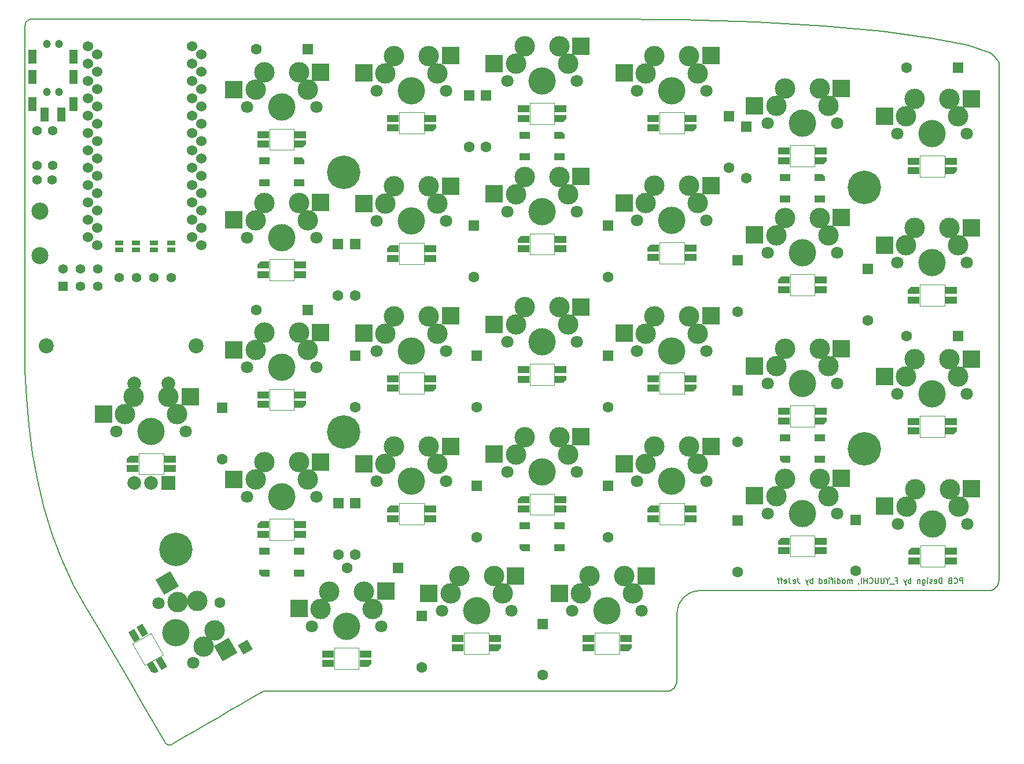
<source format=gbs>
G04 #@! TF.GenerationSoftware,KiCad,Pcbnew,(5.99.0-12610-g07e01e6297)*
G04 #@! TF.CreationDate,2022-01-25T15:54:24+00:00*
G04 #@! TF.ProjectId,Lily58,4c696c79-3538-42e6-9b69-6361645f7063,rev?*
G04 #@! TF.SameCoordinates,Original*
G04 #@! TF.FileFunction,Soldermask,Bot*
G04 #@! TF.FilePolarity,Negative*
%FSLAX46Y46*%
G04 Gerber Fmt 4.6, Leading zero omitted, Abs format (unit mm)*
G04 Created by KiCad (PCBNEW (5.99.0-12610-g07e01e6297)) date 2022-01-25 15:54:24*
%MOMM*%
%LPD*%
G01*
G04 APERTURE LIST*
G04 Aperture macros list*
%AMRotRect*
0 Rectangle, with rotation*
0 The origin of the aperture is its center*
0 $1 length*
0 $2 width*
0 $3 Rotation angle, in degrees counterclockwise*
0 Add horizontal line*
21,1,$1,$2,0,0,$3*%
%AMOutline5P*
0 Free polygon, 5 corners , with rotation*
0 The origin of the aperture is its center*
0 number of corners: always 5*
0 $1 to $10 corner X, Y*
0 $11 Rotation angle, in degrees counterclockwise*
0 create outline with 5 corners*
4,1,5,$1,$2,$3,$4,$5,$6,$7,$8,$9,$10,$1,$2,$11*%
%AMOutline6P*
0 Free polygon, 6 corners , with rotation*
0 The origin of the aperture is its center*
0 number of corners: always 6*
0 $1 to $12 corner X, Y*
0 $13 Rotation angle, in degrees counterclockwise*
0 create outline with 6 corners*
4,1,6,$1,$2,$3,$4,$5,$6,$7,$8,$9,$10,$11,$12,$1,$2,$13*%
%AMOutline7P*
0 Free polygon, 7 corners , with rotation*
0 The origin of the aperture is its center*
0 number of corners: always 7*
0 $1 to $14 corner X, Y*
0 $15 Rotation angle, in degrees counterclockwise*
0 create outline with 7 corners*
4,1,7,$1,$2,$3,$4,$5,$6,$7,$8,$9,$10,$11,$12,$13,$14,$1,$2,$15*%
%AMOutline8P*
0 Free polygon, 8 corners , with rotation*
0 The origin of the aperture is its center*
0 number of corners: always 8*
0 $1 to $16 corner X, Y*
0 $17 Rotation angle, in degrees counterclockwise*
0 create outline with 8 corners*
4,1,8,$1,$2,$3,$4,$5,$6,$7,$8,$9,$10,$11,$12,$13,$14,$15,$16,$1,$2,$17*%
G04 Aperture macros list end*
G04 #@! TA.AperFunction,Profile*
%ADD10C,0.200000*%
G04 #@! TD*
%ADD11C,0.200000*%
G04 #@! TA.AperFunction,Profile*
%ADD12C,0.120000*%
G04 #@! TD*
%ADD13R,1.600000X1.600000*%
%ADD14C,1.600000*%
%ADD15RotRect,1.600000X1.600000X300.000000*%
%ADD16C,1.397000*%
%ADD17C,1.800000*%
%ADD18C,4.000000*%
%ADD19C,3.000000*%
%ADD20R,2.550000X2.500000*%
%ADD21RotRect,2.550000X2.500000X120.000000*%
%ADD22C,1.200000*%
%ADD23R,1.200000X2.100000*%
%ADD24C,2.200000*%
%ADD25C,4.900000*%
%ADD26C,2.500000*%
%ADD27C,1.524000*%
%ADD28R,1.397000X1.397000*%
%ADD29R,1.700000X1.000000*%
%ADD30Outline5P,-0.850000X0.500000X0.850000X0.500000X0.850000X-0.050000X0.400000X-0.500000X-0.850000X-0.500000X0.000000*%
%ADD31RotRect,1.700000X1.000000X300.000000*%
%ADD32Outline5P,-0.850000X0.500000X0.850000X0.500000X0.850000X-0.050000X0.400000X-0.500000X-0.850000X-0.500000X300.000000*%
%ADD33Outline5P,-0.850000X0.500000X0.850000X0.500000X0.850000X-0.050000X0.400000X-0.500000X-0.850000X-0.500000X180.000000*%
%ADD34R,1.600000X1.000000*%
%ADD35Outline5P,-0.800000X0.500000X0.800000X0.500000X0.800000X-0.500000X-0.350000X-0.500000X-0.800000X-0.050000X0.000000*%
%ADD36Outline5P,-0.800000X0.500000X0.800000X0.500000X0.800000X-0.500000X-0.350000X-0.500000X-0.800000X-0.050000X180.000000*%
%ADD37R,1.143000X0.635000*%
%ADD38R,2.000000X2.000000*%
%ADD39C,2.000000*%
G04 APERTURE END LIST*
D10*
X104803877Y-37086762D02*
X94400000Y-37086762D01*
X82937528Y-82285296D02*
X82937528Y-75978362D01*
X82937528Y-75978362D02*
X82937528Y-69671429D01*
X82937528Y-88592229D02*
X82937528Y-82285296D01*
X177658308Y-135255660D02*
X177403500Y-135393876D01*
X83776462Y-37108075D02*
X83988210Y-37086762D01*
X93344258Y-125721062D02*
X95019952Y-128587381D01*
X224544152Y-120671952D02*
X224262495Y-120759288D01*
X162080304Y-135511658D02*
X169449826Y-135511658D01*
X225460000Y-71881623D02*
X225460000Y-81363245D01*
X112835230Y-138421062D02*
X114510925Y-137450923D01*
X111159536Y-139391201D02*
X112835230Y-138421062D01*
X94400000Y-37086762D02*
X83988210Y-37086762D01*
X91668563Y-122854742D02*
X93344258Y-125721062D01*
X178319348Y-130379933D02*
X178319348Y-131597973D01*
X89992869Y-119988423D02*
X91668563Y-122854742D01*
X178319348Y-124289735D02*
X178390391Y-123583911D01*
X225459999Y-119289735D02*
X225429552Y-119592231D01*
X125619545Y-37086762D02*
X115211711Y-37086762D01*
X125232695Y-135511658D02*
X132602217Y-135511658D01*
X225460000Y-100326490D02*
X225460000Y-109808112D01*
X181113524Y-120860778D02*
X181819348Y-120789735D01*
X225204001Y-120128696D02*
X225020912Y-120350648D01*
X225460000Y-109808112D02*
X225460000Y-119289735D01*
X218692418Y-120789735D02*
X223959999Y-120789735D01*
X103714328Y-143322532D02*
X103842470Y-143386445D01*
X197622092Y-120789735D02*
X202889673Y-120789735D01*
X224798960Y-120533736D02*
X224544152Y-120671952D01*
X103491837Y-143088150D02*
X103597295Y-143222884D01*
X208157255Y-120789735D02*
X213424836Y-120789735D01*
X82959523Y-37925015D02*
X83020657Y-37727855D01*
X215525697Y-39885159D02*
X208420758Y-38945561D01*
X224900000Y-42700000D02*
X225460000Y-43436755D01*
X178319348Y-134011658D02*
X178288901Y-134314154D01*
X101722730Y-140052659D02*
X103398425Y-142918979D01*
X225460000Y-43436755D02*
X225460000Y-52918378D01*
X83020657Y-37727855D02*
X83117409Y-37549489D01*
X84020972Y-100690825D02*
X84747083Y-104695246D01*
X225460000Y-62400000D02*
X225460000Y-71881623D01*
X88291758Y-116318073D02*
X89992869Y-119988423D01*
X139971738Y-135511658D02*
X147341260Y-135511658D01*
X178390391Y-123583911D02*
X178594174Y-122926713D01*
X178916678Y-122332160D02*
X179343884Y-121814271D01*
X178319348Y-124289735D02*
X178319348Y-125507775D01*
X208420758Y-38945561D02*
X199807654Y-38170488D01*
X189919538Y-37585374D02*
X178989563Y-37215654D01*
X116186619Y-136480784D02*
X117862313Y-135510645D01*
X156843047Y-37086762D02*
X146435213Y-37086762D01*
X178063349Y-134850619D02*
X177880261Y-135072571D01*
X147341260Y-135511658D02*
X154710782Y-135511658D01*
X177880261Y-135072571D02*
X177658308Y-135255660D01*
X224262495Y-120759288D02*
X223959999Y-120789735D01*
X104130206Y-143404468D02*
X104288864Y-143357278D01*
X224900000Y-42700000D02*
X224278471Y-42156190D01*
X82937528Y-50750629D02*
X82937528Y-44443695D01*
X82937528Y-44443695D02*
X82937528Y-38136762D01*
X178319348Y-127943854D02*
X178319348Y-129161894D01*
X107808147Y-141331479D02*
X109483841Y-140361340D01*
X225429552Y-119592231D02*
X225342217Y-119873887D01*
X132602217Y-135511658D02*
X139971738Y-135511658D01*
X83245570Y-37394123D02*
X83400937Y-37265961D01*
X82937528Y-38136762D02*
X82959523Y-37925015D01*
X220889319Y-40963847D02*
X215525697Y-39885159D01*
X95019952Y-128587381D02*
X96695647Y-131453701D01*
X178319348Y-131597973D02*
X178319348Y-132816013D01*
X225020912Y-120350648D02*
X224798960Y-120533736D01*
X178319348Y-126725814D02*
X178319348Y-127943854D01*
X213424836Y-120789735D02*
X218692418Y-120789735D01*
X178594174Y-122926713D02*
X178916678Y-122332160D01*
X225342217Y-119873887D02*
X225204001Y-120128696D01*
X167250881Y-37086762D02*
X156843047Y-37086762D01*
X180456326Y-121064561D02*
X181113524Y-120860778D01*
X83135690Y-92617561D02*
X83490297Y-96657663D01*
X103597295Y-143222884D02*
X103714328Y-143322532D01*
X117862313Y-135510645D02*
X125232695Y-135511658D01*
X109483841Y-140361340D02*
X111159536Y-139391201D01*
X225460000Y-81363245D02*
X225460000Y-90844867D01*
X96695647Y-131453701D02*
X98371341Y-134320020D01*
X115211711Y-37086762D02*
X104803877Y-37086762D01*
X224278471Y-42156190D02*
X220889319Y-40963847D01*
X82937528Y-57057562D02*
X82937528Y-50750629D01*
X202889673Y-120789735D02*
X208157255Y-120789735D01*
X82937528Y-63364495D02*
X82937528Y-57057562D01*
X178288901Y-134314154D02*
X178201565Y-134595810D01*
X103398425Y-142918979D02*
X103491837Y-143088150D01*
X83117409Y-37549489D02*
X83245570Y-37394123D01*
X199807654Y-38170488D02*
X189919538Y-37585374D01*
X192354511Y-120789735D02*
X197622092Y-120789735D01*
X179343884Y-121814271D02*
X179861773Y-121387065D01*
X187086929Y-120789735D02*
X192354511Y-120789735D01*
X178201565Y-134595810D02*
X178063349Y-134850619D01*
X178319348Y-125507775D02*
X178319348Y-126725814D01*
X100047036Y-137186340D02*
X101722730Y-140052659D01*
X178319348Y-132816013D02*
X178319348Y-134011658D01*
X103981252Y-143413974D02*
X104130206Y-143404468D01*
X225460000Y-90844867D02*
X225460000Y-100326490D01*
X104456758Y-143271756D02*
X106132452Y-142301617D01*
X146435213Y-37086762D02*
X136027379Y-37086762D01*
X98371341Y-134320020D02*
X100047036Y-137186340D01*
X178989563Y-37215654D02*
X167250881Y-37086762D01*
X82937528Y-69671429D02*
X82937528Y-63364495D01*
X225460000Y-52918378D02*
X225460000Y-62400000D01*
X103842470Y-143386445D02*
X103981252Y-143413974D01*
X177121844Y-135481211D02*
X176819348Y-135511658D01*
X136027379Y-37086762D02*
X125619545Y-37086762D01*
X154710782Y-135511658D02*
X162080304Y-135511658D01*
X169449826Y-135511658D02*
X176819348Y-135511658D01*
X177403500Y-135393876D02*
X177121844Y-135481211D01*
X104288864Y-143357278D02*
X104456758Y-143271756D01*
X114510925Y-137450923D02*
X116186619Y-136480784D01*
X84747083Y-104695246D02*
X85688004Y-108649127D01*
X86863105Y-112530670D02*
X88291758Y-116318073D01*
X179861773Y-121387065D02*
X180456326Y-121064561D01*
X83579303Y-37169210D02*
X83776462Y-37108075D01*
X85688004Y-108649127D02*
X86863105Y-112530670D01*
X106132452Y-142301617D02*
X107808147Y-141331479D01*
X83400937Y-37265961D02*
X83579303Y-37169210D01*
X83490297Y-96657663D02*
X84020972Y-100690825D01*
X181819348Y-120789735D02*
X187086929Y-120789735D01*
X82937528Y-88592229D02*
X83135690Y-92617561D01*
X178319348Y-129161894D02*
X178319348Y-130379933D01*
D11*
X220151523Y-119741904D02*
X220151523Y-118941904D01*
X219846761Y-118941904D01*
X219770571Y-118980000D01*
X219732476Y-119018095D01*
X219694380Y-119094285D01*
X219694380Y-119208571D01*
X219732476Y-119284761D01*
X219770571Y-119322857D01*
X219846761Y-119360952D01*
X220151523Y-119360952D01*
X218894380Y-119665714D02*
X218932476Y-119703809D01*
X219046761Y-119741904D01*
X219122952Y-119741904D01*
X219237238Y-119703809D01*
X219313428Y-119627619D01*
X219351523Y-119551428D01*
X219389619Y-119399047D01*
X219389619Y-119284761D01*
X219351523Y-119132380D01*
X219313428Y-119056190D01*
X219237238Y-118980000D01*
X219122952Y-118941904D01*
X219046761Y-118941904D01*
X218932476Y-118980000D01*
X218894380Y-119018095D01*
X218284857Y-119322857D02*
X218170571Y-119360952D01*
X218132476Y-119399047D01*
X218094380Y-119475238D01*
X218094380Y-119589523D01*
X218132476Y-119665714D01*
X218170571Y-119703809D01*
X218246761Y-119741904D01*
X218551523Y-119741904D01*
X218551523Y-118941904D01*
X218284857Y-118941904D01*
X218208666Y-118980000D01*
X218170571Y-119018095D01*
X218132476Y-119094285D01*
X218132476Y-119170476D01*
X218170571Y-119246666D01*
X218208666Y-119284761D01*
X218284857Y-119322857D01*
X218551523Y-119322857D01*
X217142000Y-119741904D02*
X217142000Y-118941904D01*
X216951523Y-118941904D01*
X216837238Y-118980000D01*
X216761047Y-119056190D01*
X216722952Y-119132380D01*
X216684857Y-119284761D01*
X216684857Y-119399047D01*
X216722952Y-119551428D01*
X216761047Y-119627619D01*
X216837238Y-119703809D01*
X216951523Y-119741904D01*
X217142000Y-119741904D01*
X216037238Y-119703809D02*
X216113428Y-119741904D01*
X216265809Y-119741904D01*
X216342000Y-119703809D01*
X216380095Y-119627619D01*
X216380095Y-119322857D01*
X216342000Y-119246666D01*
X216265809Y-119208571D01*
X216113428Y-119208571D01*
X216037238Y-119246666D01*
X215999142Y-119322857D01*
X215999142Y-119399047D01*
X216380095Y-119475238D01*
X215694380Y-119703809D02*
X215618190Y-119741904D01*
X215465809Y-119741904D01*
X215389619Y-119703809D01*
X215351523Y-119627619D01*
X215351523Y-119589523D01*
X215389619Y-119513333D01*
X215465809Y-119475238D01*
X215580095Y-119475238D01*
X215656285Y-119437142D01*
X215694380Y-119360952D01*
X215694380Y-119322857D01*
X215656285Y-119246666D01*
X215580095Y-119208571D01*
X215465809Y-119208571D01*
X215389619Y-119246666D01*
X215008666Y-119741904D02*
X215008666Y-119208571D01*
X215008666Y-118941904D02*
X215046761Y-118980000D01*
X215008666Y-119018095D01*
X214970571Y-118980000D01*
X215008666Y-118941904D01*
X215008666Y-119018095D01*
X214284857Y-119208571D02*
X214284857Y-119856190D01*
X214322952Y-119932380D01*
X214361047Y-119970476D01*
X214437238Y-120008571D01*
X214551523Y-120008571D01*
X214627714Y-119970476D01*
X214284857Y-119703809D02*
X214361047Y-119741904D01*
X214513428Y-119741904D01*
X214589619Y-119703809D01*
X214627714Y-119665714D01*
X214665809Y-119589523D01*
X214665809Y-119360952D01*
X214627714Y-119284761D01*
X214589619Y-119246666D01*
X214513428Y-119208571D01*
X214361047Y-119208571D01*
X214284857Y-119246666D01*
X213903904Y-119208571D02*
X213903904Y-119741904D01*
X213903904Y-119284761D02*
X213865809Y-119246666D01*
X213789619Y-119208571D01*
X213675333Y-119208571D01*
X213599142Y-119246666D01*
X213561047Y-119322857D01*
X213561047Y-119741904D01*
X212570571Y-119741904D02*
X212570571Y-118941904D01*
X212570571Y-119246666D02*
X212494380Y-119208571D01*
X212342000Y-119208571D01*
X212265809Y-119246666D01*
X212227714Y-119284761D01*
X212189619Y-119360952D01*
X212189619Y-119589523D01*
X212227714Y-119665714D01*
X212265809Y-119703809D01*
X212342000Y-119741904D01*
X212494380Y-119741904D01*
X212570571Y-119703809D01*
X211922952Y-119208571D02*
X211732476Y-119741904D01*
X211542000Y-119208571D02*
X211732476Y-119741904D01*
X211808666Y-119932380D01*
X211846761Y-119970476D01*
X211922952Y-120008571D01*
X210361047Y-119322857D02*
X210627714Y-119322857D01*
X210627714Y-119741904D02*
X210627714Y-118941904D01*
X210246761Y-118941904D01*
X210132476Y-119818095D02*
X209522952Y-119818095D01*
X209180095Y-119360952D02*
X209180095Y-119741904D01*
X209446761Y-118941904D02*
X209180095Y-119360952D01*
X208913428Y-118941904D01*
X208646761Y-118941904D02*
X208646761Y-119589523D01*
X208608666Y-119665714D01*
X208570571Y-119703809D01*
X208494380Y-119741904D01*
X208342000Y-119741904D01*
X208265809Y-119703809D01*
X208227714Y-119665714D01*
X208189619Y-119589523D01*
X208189619Y-118941904D01*
X207808666Y-118941904D02*
X207808666Y-119589523D01*
X207770571Y-119665714D01*
X207732476Y-119703809D01*
X207656285Y-119741904D01*
X207503904Y-119741904D01*
X207427714Y-119703809D01*
X207389619Y-119665714D01*
X207351523Y-119589523D01*
X207351523Y-118941904D01*
X206513428Y-119665714D02*
X206551523Y-119703809D01*
X206665809Y-119741904D01*
X206742000Y-119741904D01*
X206856285Y-119703809D01*
X206932476Y-119627619D01*
X206970571Y-119551428D01*
X207008666Y-119399047D01*
X207008666Y-119284761D01*
X206970571Y-119132380D01*
X206932476Y-119056190D01*
X206856285Y-118980000D01*
X206742000Y-118941904D01*
X206665809Y-118941904D01*
X206551523Y-118980000D01*
X206513428Y-119018095D01*
X206170571Y-119741904D02*
X206170571Y-118941904D01*
X206170571Y-119322857D02*
X205713428Y-119322857D01*
X205713428Y-119741904D02*
X205713428Y-118941904D01*
X205332476Y-119741904D02*
X205332476Y-118941904D01*
X204913428Y-119703809D02*
X204913428Y-119741904D01*
X204951523Y-119818095D01*
X204989619Y-119856190D01*
X203961047Y-119741904D02*
X203961047Y-119208571D01*
X203961047Y-119284761D02*
X203922952Y-119246666D01*
X203846761Y-119208571D01*
X203732476Y-119208571D01*
X203656285Y-119246666D01*
X203618190Y-119322857D01*
X203618190Y-119741904D01*
X203618190Y-119322857D02*
X203580095Y-119246666D01*
X203503904Y-119208571D01*
X203389619Y-119208571D01*
X203313428Y-119246666D01*
X203275333Y-119322857D01*
X203275333Y-119741904D01*
X202780095Y-119741904D02*
X202856285Y-119703809D01*
X202894380Y-119665714D01*
X202932476Y-119589523D01*
X202932476Y-119360952D01*
X202894380Y-119284761D01*
X202856285Y-119246666D01*
X202780095Y-119208571D01*
X202665809Y-119208571D01*
X202589619Y-119246666D01*
X202551523Y-119284761D01*
X202513428Y-119360952D01*
X202513428Y-119589523D01*
X202551523Y-119665714D01*
X202589619Y-119703809D01*
X202665809Y-119741904D01*
X202780095Y-119741904D01*
X201827714Y-119741904D02*
X201827714Y-118941904D01*
X201827714Y-119703809D02*
X201903904Y-119741904D01*
X202056285Y-119741904D01*
X202132476Y-119703809D01*
X202170571Y-119665714D01*
X202208666Y-119589523D01*
X202208666Y-119360952D01*
X202170571Y-119284761D01*
X202132476Y-119246666D01*
X202056285Y-119208571D01*
X201903904Y-119208571D01*
X201827714Y-119246666D01*
X201446761Y-119741904D02*
X201446761Y-119208571D01*
X201446761Y-118941904D02*
X201484857Y-118980000D01*
X201446761Y-119018095D01*
X201408666Y-118980000D01*
X201446761Y-118941904D01*
X201446761Y-119018095D01*
X201180095Y-119208571D02*
X200875333Y-119208571D01*
X201065809Y-119741904D02*
X201065809Y-119056190D01*
X201027714Y-118980000D01*
X200951523Y-118941904D01*
X200875333Y-118941904D01*
X200608666Y-119741904D02*
X200608666Y-119208571D01*
X200608666Y-118941904D02*
X200646761Y-118980000D01*
X200608666Y-119018095D01*
X200570571Y-118980000D01*
X200608666Y-118941904D01*
X200608666Y-119018095D01*
X199922952Y-119703809D02*
X199999142Y-119741904D01*
X200151523Y-119741904D01*
X200227714Y-119703809D01*
X200265809Y-119627619D01*
X200265809Y-119322857D01*
X200227714Y-119246666D01*
X200151523Y-119208571D01*
X199999142Y-119208571D01*
X199922952Y-119246666D01*
X199884857Y-119322857D01*
X199884857Y-119399047D01*
X200265809Y-119475238D01*
X199199142Y-119741904D02*
X199199142Y-118941904D01*
X199199142Y-119703809D02*
X199275333Y-119741904D01*
X199427714Y-119741904D01*
X199503904Y-119703809D01*
X199542000Y-119665714D01*
X199580095Y-119589523D01*
X199580095Y-119360952D01*
X199542000Y-119284761D01*
X199503904Y-119246666D01*
X199427714Y-119208571D01*
X199275333Y-119208571D01*
X199199142Y-119246666D01*
X198208666Y-119741904D02*
X198208666Y-118941904D01*
X198208666Y-119246666D02*
X198132476Y-119208571D01*
X197980095Y-119208571D01*
X197903904Y-119246666D01*
X197865809Y-119284761D01*
X197827714Y-119360952D01*
X197827714Y-119589523D01*
X197865809Y-119665714D01*
X197903904Y-119703809D01*
X197980095Y-119741904D01*
X198132476Y-119741904D01*
X198208666Y-119703809D01*
X197561047Y-119208571D02*
X197370571Y-119741904D01*
X197180095Y-119208571D02*
X197370571Y-119741904D01*
X197446761Y-119932380D01*
X197484857Y-119970476D01*
X197561047Y-120008571D01*
X196037238Y-118941904D02*
X196037238Y-119513333D01*
X196075333Y-119627619D01*
X196151523Y-119703809D01*
X196265809Y-119741904D01*
X196342000Y-119741904D01*
X195351523Y-119703809D02*
X195427714Y-119741904D01*
X195580095Y-119741904D01*
X195656285Y-119703809D01*
X195694380Y-119627619D01*
X195694380Y-119322857D01*
X195656285Y-119246666D01*
X195580095Y-119208571D01*
X195427714Y-119208571D01*
X195351523Y-119246666D01*
X195313428Y-119322857D01*
X195313428Y-119399047D01*
X195694380Y-119475238D01*
X194742000Y-118941904D02*
X194742000Y-119513333D01*
X194780095Y-119627619D01*
X194856285Y-119703809D01*
X194970571Y-119741904D01*
X195046761Y-119741904D01*
X194056285Y-119703809D02*
X194132476Y-119741904D01*
X194284857Y-119741904D01*
X194361047Y-119703809D01*
X194399142Y-119627619D01*
X194399142Y-119322857D01*
X194361047Y-119246666D01*
X194284857Y-119208571D01*
X194132476Y-119208571D01*
X194056285Y-119246666D01*
X194018190Y-119322857D01*
X194018190Y-119399047D01*
X194399142Y-119475238D01*
X193789619Y-119208571D02*
X193484857Y-119208571D01*
X193675333Y-119741904D02*
X193675333Y-119056190D01*
X193637238Y-118980000D01*
X193561047Y-118941904D01*
X193484857Y-118941904D01*
X193332476Y-119208571D02*
X193027714Y-119208571D01*
X193218190Y-119741904D02*
X193218190Y-119056190D01*
X193180095Y-118980000D01*
X193103904Y-118941904D01*
X193027714Y-118941904D01*
D12*
X175800000Y-50800000D02*
X175800000Y-53900000D01*
X179400000Y-50800000D02*
X175800000Y-50800000D01*
X175800000Y-53900000D02*
X179400000Y-53900000D01*
X179400000Y-53900000D02*
X179400000Y-50800000D01*
X98644040Y-128591154D02*
X100444040Y-131708846D01*
X103128718Y-130158846D02*
X101328718Y-127041154D01*
X101328718Y-127041154D02*
X98644040Y-128591154D01*
X100444040Y-131708846D02*
X103128718Y-130158846D01*
X122300000Y-53200000D02*
X118700000Y-53200000D01*
X122300000Y-56300000D02*
X122300000Y-53200000D01*
X118700000Y-56300000D02*
X122300000Y-56300000D01*
X118700000Y-53200000D02*
X118700000Y-56300000D01*
X175800000Y-111100000D02*
X179400000Y-111100000D01*
X175800000Y-108000000D02*
X175800000Y-111100000D01*
X179400000Y-108000000D02*
X175800000Y-108000000D01*
X179400000Y-111100000D02*
X179400000Y-108000000D01*
X150800000Y-126950000D02*
X147200000Y-126950000D01*
X147200000Y-130050000D02*
X150800000Y-130050000D01*
X147200000Y-126950000D02*
X147200000Y-130050000D01*
X150800000Y-130050000D02*
X150800000Y-126950000D01*
X103200000Y-103800000D02*
X103200000Y-100700000D01*
X99600000Y-103800000D02*
X103200000Y-103800000D01*
X99600000Y-100700000D02*
X99600000Y-103800000D01*
X103200000Y-100700000D02*
X99600000Y-100700000D01*
X122300000Y-72300000D02*
X118700000Y-72300000D01*
X118700000Y-72300000D02*
X118700000Y-75400000D01*
X122300000Y-75400000D02*
X122300000Y-72300000D01*
X118700000Y-75400000D02*
X122300000Y-75400000D01*
X160400000Y-90700000D02*
X160400000Y-87600000D01*
X160400000Y-87600000D02*
X156800000Y-87600000D01*
X156800000Y-90700000D02*
X160400000Y-90700000D01*
X156800000Y-87600000D02*
X156800000Y-90700000D01*
X217500000Y-76000000D02*
X213900000Y-76000000D01*
X213900000Y-76000000D02*
X213900000Y-79100000D01*
X213900000Y-79100000D02*
X217500000Y-79100000D01*
X217500000Y-79100000D02*
X217500000Y-76000000D01*
X213900000Y-60200000D02*
X217500000Y-60200000D01*
X217500000Y-60200000D02*
X217500000Y-57100000D01*
X213900000Y-57100000D02*
X213900000Y-60200000D01*
X217500000Y-57100000D02*
X213900000Y-57100000D01*
X194900000Y-93700000D02*
X194900000Y-96800000D01*
X198500000Y-96800000D02*
X198500000Y-93700000D01*
X194900000Y-96800000D02*
X198500000Y-96800000D01*
X198500000Y-93700000D02*
X194900000Y-93700000D01*
X160400000Y-106600000D02*
X156800000Y-106600000D01*
X156800000Y-109700000D02*
X160400000Y-109700000D01*
X156800000Y-106600000D02*
X156800000Y-109700000D01*
X160400000Y-109700000D02*
X160400000Y-106600000D01*
X194900000Y-74500000D02*
X194900000Y-77600000D01*
X194900000Y-77600000D02*
X198500000Y-77600000D01*
X198500000Y-74500000D02*
X194900000Y-74500000D01*
X198500000Y-77600000D02*
X198500000Y-74500000D01*
X156800000Y-49410000D02*
X156800000Y-52510000D01*
X160400000Y-49410000D02*
X156800000Y-49410000D01*
X160400000Y-52510000D02*
X160400000Y-49410000D01*
X156800000Y-52510000D02*
X160400000Y-52510000D01*
X217500000Y-95200000D02*
X213900000Y-95200000D01*
X213900000Y-95200000D02*
X213900000Y-98300000D01*
X213900000Y-98300000D02*
X217500000Y-98300000D01*
X217500000Y-98300000D02*
X217500000Y-95200000D01*
X141300000Y-111100000D02*
X141300000Y-108000000D01*
X137700000Y-108000000D02*
X137700000Y-111100000D01*
X137700000Y-111100000D02*
X141300000Y-111100000D01*
X141300000Y-108000000D02*
X137700000Y-108000000D01*
X137700000Y-92000000D02*
X141300000Y-92000000D01*
X137700000Y-88900000D02*
X137700000Y-92000000D01*
X141300000Y-88900000D02*
X137700000Y-88900000D01*
X141300000Y-92000000D02*
X141300000Y-88900000D01*
X198500000Y-55600000D02*
X194900000Y-55600000D01*
X194900000Y-58700000D02*
X198500000Y-58700000D01*
X194900000Y-55600000D02*
X194900000Y-58700000D01*
X198500000Y-58700000D02*
X198500000Y-55600000D01*
X137700000Y-73000000D02*
X141300000Y-73000000D01*
X141300000Y-73000000D02*
X141300000Y-69900000D01*
X137700000Y-69900000D02*
X137700000Y-73000000D01*
X141300000Y-69900000D02*
X137700000Y-69900000D01*
X169900000Y-126950000D02*
X166300000Y-126950000D01*
X169900000Y-130050000D02*
X169900000Y-126950000D01*
X166300000Y-130050000D02*
X169900000Y-130050000D01*
X166300000Y-126950000D02*
X166300000Y-130050000D01*
X198500000Y-112700000D02*
X194900000Y-112700000D01*
X194900000Y-115800000D02*
X198500000Y-115800000D01*
X198500000Y-115800000D02*
X198500000Y-112700000D01*
X194900000Y-112700000D02*
X194900000Y-115800000D01*
X213950000Y-114200000D02*
X213950000Y-117300000D01*
X217550000Y-117300000D02*
X217550000Y-114200000D01*
X213950000Y-117300000D02*
X217550000Y-117300000D01*
X217550000Y-114200000D02*
X213950000Y-114200000D01*
X128200000Y-132300000D02*
X131800000Y-132300000D01*
X128200000Y-129200000D02*
X128200000Y-132300000D01*
X131800000Y-129200000D02*
X128200000Y-129200000D01*
X131800000Y-132300000D02*
X131800000Y-129200000D01*
X175800000Y-72900000D02*
X179400000Y-72900000D01*
X175800000Y-69800000D02*
X175800000Y-72900000D01*
X179400000Y-69800000D02*
X175800000Y-69800000D01*
X179400000Y-72900000D02*
X179400000Y-69800000D01*
X118700000Y-91300000D02*
X118700000Y-94400000D01*
X118700000Y-94400000D02*
X122300000Y-94400000D01*
X122300000Y-94400000D02*
X122300000Y-91300000D01*
X122300000Y-91300000D02*
X118700000Y-91300000D01*
X122300000Y-113400000D02*
X122300000Y-110300000D01*
X122300000Y-110300000D02*
X118700000Y-110300000D01*
X118700000Y-113400000D02*
X122300000Y-113400000D01*
X118700000Y-110300000D02*
X118700000Y-113400000D01*
X137700000Y-50800000D02*
X137700000Y-53900000D01*
X141300000Y-53900000D02*
X141300000Y-50800000D01*
X141300000Y-50800000D02*
X137700000Y-50800000D01*
X137700000Y-53900000D02*
X141300000Y-53900000D01*
X156800000Y-71600000D02*
X160400000Y-71600000D01*
X160400000Y-71600000D02*
X160400000Y-68500000D01*
X160400000Y-68500000D02*
X156800000Y-68500000D01*
X156800000Y-68500000D02*
X156800000Y-71600000D01*
X179400000Y-92000000D02*
X179400000Y-88900000D01*
X179400000Y-88900000D02*
X175800000Y-88900000D01*
X175800000Y-88900000D02*
X175800000Y-92000000D01*
X175800000Y-92000000D02*
X179400000Y-92000000D01*
D13*
X124273000Y-41529000D03*
D14*
X116773000Y-41529000D03*
D13*
X147955000Y-48320000D03*
D14*
X147955000Y-55820000D03*
D13*
X150368000Y-48320000D03*
D14*
X150368000Y-55820000D03*
D13*
X185928000Y-51368000D03*
D14*
X185928000Y-58868000D03*
D13*
X188468000Y-52892000D03*
D14*
X188468000Y-60392000D03*
D13*
X219450000Y-44250000D03*
D14*
X211950000Y-44250000D03*
D13*
X128750000Y-70068750D03*
D14*
X128750000Y-77568750D03*
D13*
X131252540Y-70068750D03*
D14*
X131252540Y-77568750D03*
D13*
X148590000Y-67370000D03*
D14*
X148590000Y-74870000D03*
D13*
X168250000Y-67370000D03*
D14*
X168250000Y-74870000D03*
D13*
X187250000Y-72450000D03*
D14*
X187250000Y-79950000D03*
D13*
X206250000Y-73720000D03*
D14*
X206250000Y-81220000D03*
D13*
X124273000Y-79756000D03*
D14*
X116773000Y-79756000D03*
D13*
X131250000Y-86420000D03*
D14*
X131250000Y-93920000D03*
D13*
X149000000Y-86420000D03*
D14*
X149000000Y-93920000D03*
D13*
X168250000Y-86420000D03*
D14*
X168250000Y-93920000D03*
D13*
X187250000Y-91500000D03*
D14*
X187250000Y-99000000D03*
D13*
X219450000Y-83566000D03*
D14*
X211950000Y-83566000D03*
D13*
X128800000Y-108010000D03*
D14*
X128800000Y-115510000D03*
D13*
X131250000Y-108010000D03*
D14*
X131250000Y-115510000D03*
D13*
X149000000Y-105470000D03*
D14*
X149000000Y-112970000D03*
D13*
X168250000Y-105470000D03*
D14*
X168250000Y-112970000D03*
D13*
X187250000Y-110550000D03*
D14*
X187250000Y-118050000D03*
D13*
X204470000Y-110420000D03*
D14*
X204470000Y-117920000D03*
D13*
X111760000Y-94040000D03*
D14*
X111760000Y-101540000D03*
X111425000Y-122552405D03*
D15*
X115175000Y-129047595D03*
D13*
X137550000Y-117500000D03*
D14*
X130050000Y-117500000D03*
D13*
X140970000Y-124520000D03*
D14*
X140970000Y-132020000D03*
D13*
X158700000Y-125660000D03*
D14*
X158700000Y-133160000D03*
D16*
X84688035Y-53499272D03*
X84688035Y-58579272D03*
X86938035Y-53499272D03*
X86938035Y-58579272D03*
D17*
X115420000Y-50000000D03*
D18*
X120500000Y-50000000D03*
D17*
X125580000Y-50000000D03*
D19*
X116690000Y-47460000D03*
X117960000Y-44920000D03*
X123040000Y-44920000D03*
X124310000Y-47460000D03*
D20*
X113500000Y-47420000D03*
X126200000Y-44880000D03*
D17*
X144580000Y-47600000D03*
D19*
X136960000Y-42520000D03*
D18*
X139500000Y-47600000D03*
D19*
X135690000Y-45060000D03*
X143310000Y-45060000D03*
D17*
X134420000Y-47600000D03*
D19*
X142040000Y-42520000D03*
D20*
X132500000Y-45020000D03*
X145200000Y-42480000D03*
D19*
X161140000Y-41130000D03*
X162410000Y-43670000D03*
D17*
X153520000Y-46210000D03*
X163680000Y-46210000D03*
D19*
X156060000Y-41130000D03*
X154790000Y-43670000D03*
D18*
X158600000Y-46210000D03*
D20*
X151600000Y-43630000D03*
X164300000Y-41090000D03*
D19*
X180140000Y-42520000D03*
X181410000Y-45060000D03*
D17*
X182680000Y-47600000D03*
D19*
X175060000Y-42520000D03*
X173790000Y-45060000D03*
D17*
X172520000Y-47600000D03*
D18*
X177600000Y-47600000D03*
D20*
X170600000Y-45020000D03*
X183300000Y-42480000D03*
D17*
X191620000Y-52400000D03*
D18*
X196700000Y-52400000D03*
D19*
X200510000Y-49860000D03*
X199240000Y-47320000D03*
X192890000Y-49860000D03*
X194160000Y-47320000D03*
D17*
X201780000Y-52400000D03*
D20*
X189700000Y-49820000D03*
X202400000Y-47280000D03*
D19*
X213160000Y-48820000D03*
D17*
X220780000Y-53900000D03*
D19*
X211890000Y-51360000D03*
X218240000Y-48820000D03*
X219510000Y-51360000D03*
D18*
X215700000Y-53900000D03*
D17*
X210620000Y-53900000D03*
D20*
X208700000Y-51320000D03*
X221400000Y-48780000D03*
D18*
X139500000Y-66700000D03*
D19*
X142040000Y-61620000D03*
D17*
X144580000Y-66700000D03*
X134420000Y-66700000D03*
D19*
X135690000Y-64160000D03*
X136960000Y-61620000D03*
X143310000Y-64160000D03*
D20*
X132500000Y-64120000D03*
X145200000Y-61580000D03*
D19*
X162410000Y-62760000D03*
D17*
X153520000Y-65300000D03*
D18*
X158600000Y-65300000D03*
D19*
X161140000Y-60220000D03*
X156060000Y-60220000D03*
X154790000Y-62760000D03*
D17*
X163680000Y-65300000D03*
D20*
X151600000Y-62720000D03*
X164300000Y-60180000D03*
D17*
X182680000Y-66600000D03*
D18*
X177600000Y-66600000D03*
D19*
X180140000Y-61520000D03*
X173790000Y-64060000D03*
X175060000Y-61520000D03*
X181410000Y-64060000D03*
D17*
X172520000Y-66600000D03*
D20*
X170600000Y-64020000D03*
X183300000Y-61480000D03*
D17*
X201780000Y-71300000D03*
D18*
X196700000Y-71300000D03*
D19*
X200510000Y-68760000D03*
X194160000Y-66220000D03*
X199240000Y-66220000D03*
D17*
X191620000Y-71300000D03*
D19*
X192890000Y-68760000D03*
D20*
X189700000Y-68720000D03*
X202400000Y-66180000D03*
D19*
X219510000Y-70260000D03*
D17*
X220780000Y-72800000D03*
D18*
X215700000Y-72800000D03*
D17*
X210620000Y-72800000D03*
D19*
X218240000Y-67720000D03*
X213160000Y-67720000D03*
X211890000Y-70260000D03*
D20*
X208700000Y-70220000D03*
X221400000Y-67680000D03*
D19*
X116690000Y-85560000D03*
D17*
X115420000Y-88100000D03*
D19*
X124310000Y-85560000D03*
X117960000Y-83020000D03*
D18*
X120500000Y-88100000D03*
D19*
X123040000Y-83020000D03*
D17*
X125580000Y-88100000D03*
D20*
X113500000Y-85520000D03*
X126200000Y-82980000D03*
D19*
X135690000Y-83160000D03*
X136960000Y-80620000D03*
X143310000Y-83160000D03*
D18*
X139500000Y-85700000D03*
D17*
X134420000Y-85700000D03*
X144580000Y-85700000D03*
D19*
X142040000Y-80620000D03*
D20*
X132500000Y-83120000D03*
X145200000Y-80580000D03*
D19*
X162410000Y-81860000D03*
X156060000Y-79320000D03*
X154790000Y-81860000D03*
X161140000Y-79320000D03*
D18*
X158600000Y-84400000D03*
D17*
X153520000Y-84400000D03*
X163680000Y-84400000D03*
D20*
X151600000Y-81820000D03*
X164300000Y-79280000D03*
D19*
X180140000Y-80620000D03*
D18*
X177600000Y-85700000D03*
D19*
X175060000Y-80620000D03*
D17*
X182680000Y-85700000D03*
D19*
X181410000Y-83160000D03*
X173790000Y-83160000D03*
D17*
X172520000Y-85700000D03*
D20*
X170600000Y-83120000D03*
X183300000Y-80580000D03*
D19*
X194160000Y-85420000D03*
X200510000Y-87960000D03*
X199240000Y-85420000D03*
D18*
X196700000Y-90500000D03*
D17*
X191620000Y-90500000D03*
X201780000Y-90500000D03*
D19*
X192890000Y-87960000D03*
D20*
X189700000Y-87920000D03*
X202400000Y-85380000D03*
D19*
X219510000Y-89460000D03*
D18*
X215700000Y-92000000D03*
D19*
X211890000Y-89460000D03*
D17*
X220780000Y-92000000D03*
X210620000Y-92000000D03*
D19*
X218240000Y-86920000D03*
X213160000Y-86920000D03*
D20*
X208700000Y-89420000D03*
X221400000Y-86880000D03*
D19*
X123040000Y-102020000D03*
D17*
X125580000Y-107100000D03*
D19*
X116690000Y-104560000D03*
D18*
X120500000Y-107100000D03*
D19*
X124310000Y-104560000D03*
D17*
X115420000Y-107100000D03*
D19*
X117960000Y-102020000D03*
D20*
X113500000Y-104520000D03*
X126200000Y-101980000D03*
D19*
X136960000Y-99720000D03*
D17*
X144580000Y-104800000D03*
X134420000Y-104800000D03*
D19*
X142040000Y-99720000D03*
X135690000Y-102260000D03*
X143310000Y-102260000D03*
D18*
X139500000Y-104800000D03*
D20*
X132500000Y-102220000D03*
X145200000Y-99680000D03*
D18*
X158600000Y-103400000D03*
D19*
X161140000Y-98320000D03*
X156060000Y-98320000D03*
D17*
X163680000Y-103400000D03*
D19*
X154790000Y-100860000D03*
X162410000Y-100860000D03*
D17*
X153520000Y-103400000D03*
D20*
X151600000Y-100820000D03*
X164300000Y-98280000D03*
D18*
X177600000Y-104800000D03*
D19*
X175060000Y-99720000D03*
X173790000Y-102260000D03*
D17*
X182680000Y-104800000D03*
D19*
X180140000Y-99720000D03*
D17*
X172520000Y-104800000D03*
D19*
X181410000Y-102260000D03*
D20*
X170600000Y-102220000D03*
X183300000Y-99680000D03*
D19*
X192890000Y-106960000D03*
X194160000Y-104420000D03*
X200510000Y-106960000D03*
D17*
X201780000Y-109500000D03*
D19*
X199240000Y-104420000D03*
D17*
X191620000Y-109500000D03*
D18*
X196700000Y-109500000D03*
D20*
X189700000Y-106920000D03*
X202400000Y-104380000D03*
D17*
X210670000Y-111000000D03*
D19*
X219560000Y-108460000D03*
D17*
X220830000Y-111000000D03*
D19*
X211940000Y-108460000D03*
X213210000Y-105920000D03*
D18*
X215750000Y-111000000D03*
D19*
X218290000Y-105920000D03*
D20*
X208750000Y-108420000D03*
X221450000Y-105880000D03*
D19*
X98860000Y-92420000D03*
D17*
X96320000Y-97500000D03*
D19*
X97590000Y-94960000D03*
X103940000Y-92420000D03*
D17*
X106480000Y-97500000D03*
D18*
X101400000Y-97500000D03*
D19*
X105210000Y-94960000D03*
D20*
X94400000Y-94920000D03*
X107100000Y-92380000D03*
D18*
X105000000Y-127000000D03*
D19*
X108129409Y-122260295D03*
X105294705Y-122430443D03*
X110669409Y-126659705D03*
X109104705Y-129029557D03*
D17*
X107540000Y-131399409D03*
X102460000Y-122600591D03*
D21*
X103734346Y-119647822D03*
X112284050Y-129376345D03*
D19*
X126190000Y-123460000D03*
X133810000Y-123460000D03*
D17*
X124920000Y-126000000D03*
X135080000Y-126000000D03*
D18*
X130000000Y-126000000D03*
D19*
X132540000Y-120920000D03*
X127460000Y-120920000D03*
D20*
X123000000Y-123420000D03*
X135700000Y-120880000D03*
D19*
X145190000Y-121210000D03*
X151540000Y-118670000D03*
D17*
X143920000Y-123750000D03*
D19*
X152810000Y-121210000D03*
X146460000Y-118670000D03*
D18*
X149000000Y-123750000D03*
D17*
X154080000Y-123750000D03*
D20*
X142000000Y-121170000D03*
X154700000Y-118630000D03*
D19*
X171910000Y-121210000D03*
X170640000Y-118670000D03*
X165560000Y-118670000D03*
D18*
X168100000Y-123750000D03*
D17*
X163020000Y-123750000D03*
D19*
X164290000Y-121210000D03*
D17*
X173180000Y-123750000D03*
D20*
X161100000Y-121170000D03*
X173800000Y-118630000D03*
D22*
X86150000Y-47800000D03*
X86150000Y-40800000D03*
X87900000Y-47800000D03*
X87900000Y-40800000D03*
D23*
X84050000Y-49600000D03*
X90000000Y-49600000D03*
X90000000Y-45600000D03*
X84050000Y-45600000D03*
X84050000Y-42600000D03*
X90000000Y-42600000D03*
X88250000Y-51100000D03*
X85800000Y-51100000D03*
D24*
X86000000Y-85000000D03*
X108000000Y-85000000D03*
D25*
X129600000Y-59600000D03*
X205800000Y-61800000D03*
X129600000Y-97600000D03*
X205800000Y-100000000D03*
X105000000Y-114800000D03*
D26*
X85090000Y-71750000D03*
X85090000Y-65250000D03*
D27*
X92180000Y-41130000D03*
X108718815Y-42325745D03*
X92180000Y-43670000D03*
X108718815Y-44865745D03*
X108718815Y-47405745D03*
X92180000Y-46210000D03*
X92180000Y-48750000D03*
X108718815Y-49945745D03*
X92180000Y-51290000D03*
X108718815Y-52485745D03*
X92180000Y-53830000D03*
X108718815Y-55025745D03*
X108718815Y-57565745D03*
X92180000Y-56370000D03*
X108718815Y-60105745D03*
X92180000Y-58910000D03*
X108718815Y-62645745D03*
X92180000Y-61450000D03*
X92180000Y-63990000D03*
X108718815Y-65185745D03*
X92180000Y-66530000D03*
X108718815Y-67725745D03*
X108718815Y-70265745D03*
X92180000Y-69070000D03*
X107420000Y-69070000D03*
X93478815Y-70265745D03*
X93478815Y-67725745D03*
X107420000Y-66530000D03*
X93478815Y-65185745D03*
X107420000Y-63990000D03*
X93478815Y-62645745D03*
X107420000Y-61450000D03*
X107420000Y-58910000D03*
X93478815Y-60105745D03*
X93478815Y-57565745D03*
X107420000Y-56370000D03*
X107420000Y-53830000D03*
X93478815Y-55025745D03*
X93478815Y-52485745D03*
X107420000Y-51290000D03*
X93478815Y-49945745D03*
X107420000Y-48750000D03*
X93478815Y-47405745D03*
X107420000Y-46210000D03*
X107420000Y-43670000D03*
X93478815Y-44865745D03*
X107420000Y-41130000D03*
X93478815Y-42325745D03*
D16*
X96700000Y-75000000D03*
X99240000Y-75000000D03*
X101780000Y-75000000D03*
X104320000Y-75000000D03*
D28*
X88483973Y-76263759D03*
D16*
X88483973Y-73723759D03*
X91023973Y-76263759D03*
X91023973Y-73723759D03*
X93563973Y-76263759D03*
X93563973Y-73723759D03*
D29*
X174850000Y-51650000D03*
X174850000Y-53050000D03*
D30*
X180350000Y-53050000D03*
D29*
X180350000Y-51650000D03*
D31*
X100117597Y-126643430D03*
X98905161Y-127343430D03*
D32*
X101655161Y-132106570D03*
D31*
X102867597Y-131406570D03*
D29*
X117750000Y-54050000D03*
X117750000Y-55450000D03*
D30*
X123250000Y-55450000D03*
D29*
X123250000Y-54050000D03*
X180350000Y-110250000D03*
X180350000Y-108850000D03*
D33*
X174850000Y-108850000D03*
D29*
X174850000Y-110250000D03*
D34*
X199200000Y-98400000D03*
X199200000Y-101600000D03*
D35*
X194200000Y-101600000D03*
D34*
X194200000Y-98400000D03*
X118000000Y-61100000D03*
X118000000Y-57900000D03*
D36*
X123000000Y-57900000D03*
D34*
X123000000Y-61100000D03*
D29*
X146250000Y-127800000D03*
X146250000Y-129200000D03*
D30*
X151750000Y-129200000D03*
D29*
X151750000Y-127800000D03*
D34*
X156100000Y-57310000D03*
X156100000Y-54110000D03*
D36*
X161100000Y-54110000D03*
D34*
X161100000Y-57310000D03*
X161100000Y-111300000D03*
X161100000Y-114500000D03*
D35*
X156100000Y-114500000D03*
D34*
X156100000Y-111300000D03*
D19*
X124310000Y-66560000D03*
D17*
X125580000Y-69100000D03*
X115420000Y-69100000D03*
D18*
X120500000Y-69100000D03*
D19*
X123040000Y-64020000D03*
X117960000Y-64020000D03*
X116690000Y-66560000D03*
D20*
X113500000Y-66520000D03*
X126200000Y-63980000D03*
D34*
X123000000Y-115000000D03*
X123000000Y-118200000D03*
D35*
X118000000Y-118200000D03*
D34*
X118000000Y-115000000D03*
D16*
X86900000Y-60700000D03*
D29*
X104150000Y-102950000D03*
X104150000Y-101550000D03*
D33*
X98650000Y-101550000D03*
D29*
X98650000Y-102950000D03*
X123250000Y-74550000D03*
X123250000Y-73150000D03*
D33*
X117750000Y-73150000D03*
D29*
X117750000Y-74550000D03*
X155850000Y-88450000D03*
X155850000Y-89850000D03*
D30*
X161350000Y-89850000D03*
D29*
X161350000Y-88450000D03*
X218450000Y-78250000D03*
X218450000Y-76850000D03*
D33*
X212950000Y-76850000D03*
D29*
X212950000Y-78250000D03*
X212950000Y-57950000D03*
X212950000Y-59350000D03*
D30*
X218450000Y-59350000D03*
D29*
X218450000Y-57950000D03*
X193950000Y-94550000D03*
X193950000Y-95950000D03*
D30*
X199450000Y-95950000D03*
D29*
X199450000Y-94550000D03*
X161350000Y-108850000D03*
X161350000Y-107450000D03*
D33*
X155850000Y-107450000D03*
D29*
X155850000Y-108850000D03*
X199450000Y-76750000D03*
X199450000Y-75350000D03*
D33*
X193950000Y-75350000D03*
D29*
X193950000Y-76750000D03*
X155850000Y-50260000D03*
X155850000Y-51660000D03*
D30*
X161350000Y-51660000D03*
D29*
X161350000Y-50260000D03*
D34*
X194200000Y-63500000D03*
X194200000Y-60300000D03*
D36*
X199200000Y-60300000D03*
D34*
X199200000Y-63500000D03*
D29*
X212950000Y-96050000D03*
X212950000Y-97450000D03*
D30*
X218450000Y-97450000D03*
D29*
X218450000Y-96050000D03*
X142250000Y-110250000D03*
X142250000Y-108850000D03*
D33*
X136750000Y-108850000D03*
D29*
X136750000Y-110250000D03*
X136750000Y-89750000D03*
X136750000Y-91150000D03*
D30*
X142250000Y-91150000D03*
D29*
X142250000Y-89750000D03*
X193950000Y-56450000D03*
X193950000Y-57850000D03*
D30*
X199450000Y-57850000D03*
D29*
X199450000Y-56450000D03*
X142250000Y-72150000D03*
X142250000Y-70750000D03*
D33*
X136750000Y-70750000D03*
D29*
X136750000Y-72150000D03*
X165350000Y-127800000D03*
X165350000Y-129200000D03*
D30*
X170850000Y-129200000D03*
D29*
X170850000Y-127800000D03*
X199450000Y-114950000D03*
X199450000Y-113550000D03*
D33*
X193950000Y-113550000D03*
D29*
X193950000Y-114950000D03*
X218500000Y-116450000D03*
X218500000Y-115050000D03*
D33*
X213000000Y-115050000D03*
D29*
X213000000Y-116450000D03*
D16*
X84700000Y-60700000D03*
D29*
X127250000Y-130050000D03*
X127250000Y-131450000D03*
D30*
X132750000Y-131450000D03*
D29*
X132750000Y-130050000D03*
X180350000Y-72050000D03*
X180350000Y-70650000D03*
D33*
X174850000Y-70650000D03*
D29*
X174850000Y-72050000D03*
X117750000Y-92150000D03*
X117750000Y-93550000D03*
D30*
X123250000Y-93550000D03*
D29*
X123250000Y-92150000D03*
X123250000Y-112550000D03*
X123250000Y-111150000D03*
D33*
X117750000Y-111150000D03*
D29*
X117750000Y-112550000D03*
X136750000Y-51650000D03*
X136750000Y-53050000D03*
D30*
X142250000Y-53050000D03*
D29*
X142250000Y-51650000D03*
X161350000Y-70750000D03*
X161350000Y-69350000D03*
D33*
X155850000Y-69350000D03*
D29*
X155850000Y-70750000D03*
X174850000Y-89750000D03*
X174850000Y-91150000D03*
D30*
X180350000Y-91150000D03*
D29*
X180350000Y-89750000D03*
D37*
X104300000Y-70900380D03*
X104300000Y-69899620D03*
X101800000Y-70900380D03*
X101800000Y-69899620D03*
X99200000Y-70900380D03*
X99200000Y-69899620D03*
X96700000Y-70900380D03*
X96700000Y-69899620D03*
D38*
X103900000Y-105000000D03*
D39*
X98900000Y-105000000D03*
X101400000Y-105000000D03*
X98900000Y-90500000D03*
X103900000Y-90500000D03*
M02*

</source>
